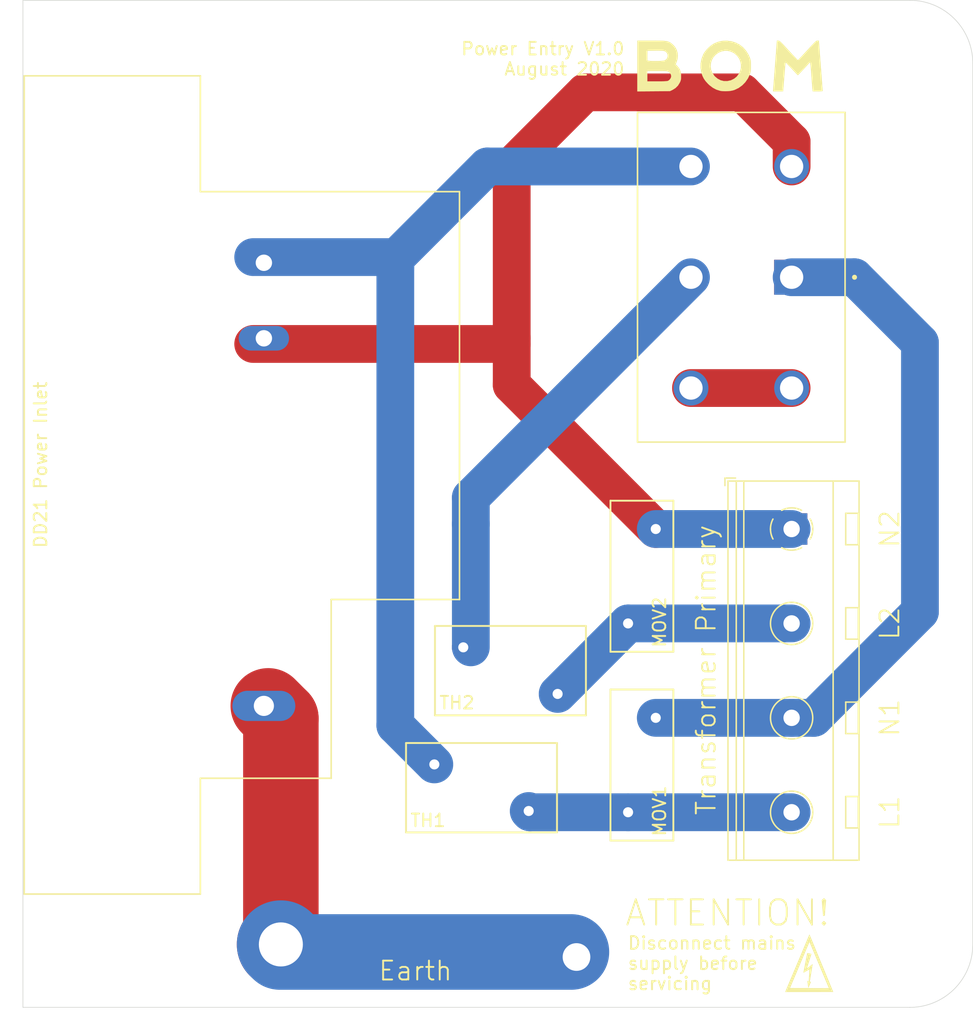
<source format=kicad_pcb>
(kicad_pcb (version 20171130) (host pcbnew "(5.1.6-0-10_14)")

  (general
    (thickness 1.6)
    (drawings 11)
    (tracks 33)
    (zones 0)
    (modules 14)
    (nets 9)
  )

  (page A4)
  (title_block
    (title "Universal Power Entry with voltage and current protection")
    (date 2020-08-18)
    (rev 1.0a)
    (company "BoM Audio")
  )

  (layers
    (0 F.Cu signal)
    (31 B.Cu signal)
    (32 B.Adhes user)
    (33 F.Adhes user)
    (34 B.Paste user)
    (35 F.Paste user)
    (36 B.SilkS user)
    (37 F.SilkS user)
    (38 B.Mask user)
    (39 F.Mask user)
    (40 Dwgs.User user)
    (41 Cmts.User user)
    (42 Eco1.User user)
    (43 Eco2.User user)
    (44 Edge.Cuts user)
    (45 Margin user)
    (46 B.CrtYd user)
    (47 F.CrtYd user)
    (48 B.Fab user)
    (49 F.Fab user)
  )

  (setup
    (last_trace_width 6)
    (user_trace_width 2)
    (user_trace_width 3)
    (user_trace_width 4)
    (user_trace_width 5)
    (user_trace_width 6)
    (trace_clearance 3)
    (zone_clearance 0.508)
    (zone_45_only no)
    (trace_min 0.2)
    (via_size 0.8)
    (via_drill 0.4)
    (via_min_size 0.4)
    (via_min_drill 0.3)
    (uvia_size 0.3)
    (uvia_drill 0.1)
    (uvias_allowed no)
    (uvia_min_size 0.2)
    (uvia_min_drill 0.1)
    (edge_width 0.05)
    (segment_width 0.2)
    (pcb_text_width 0.3)
    (pcb_text_size 1.5 1.5)
    (mod_edge_width 0.12)
    (mod_text_size 1 1)
    (mod_text_width 0.15)
    (pad_size 4.4 4.4)
    (pad_drill 2.2)
    (pad_to_mask_clearance 0.05)
    (aux_axis_origin 128.5 79)
    (visible_elements FFFFFF7F)
    (pcbplotparams
      (layerselection 0x010fc_ffffffff)
      (usegerberextensions false)
      (usegerberattributes true)
      (usegerberadvancedattributes true)
      (creategerberjobfile true)
      (excludeedgelayer true)
      (linewidth 0.100000)
      (plotframeref false)
      (viasonmask false)
      (mode 1)
      (useauxorigin false)
      (hpglpennumber 1)
      (hpglpenspeed 20)
      (hpglpendiameter 15.000000)
      (psnegative false)
      (psa4output false)
      (plotreference true)
      (plotvalue true)
      (plotinvisibletext false)
      (padsonsilk false)
      (subtractmaskfromsilk false)
      (outputformat 1)
      (mirror false)
      (drillshape 0)
      (scaleselection 1)
      (outputdirectory "Gerber/"))
  )

  (net 0 "")
  (net 1 "Net-(J1-Pad4)")
  (net 2 "Net-(J1-Pad3)")
  (net 3 "Net-(J1-Pad2)")
  (net 4 "Net-(J1-Pad1)")
  (net 5 "Net-(S1-Pad1B)")
  (net 6 "Net-(S1-Pad2)")
  (net 7 "Net-(P3-PadL)")
  (net 8 Earth_Protective)

  (net_class Default "This is the default net class."
    (clearance 3)
    (trace_width 2)
    (via_dia 0.8)
    (via_drill 0.4)
    (uvia_dia 0.3)
    (uvia_drill 0.1)
    (add_net Earth_Protective)
    (add_net "Net-(J1-Pad1)")
    (add_net "Net-(J1-Pad2)")
    (add_net "Net-(J1-Pad3)")
    (add_net "Net-(J1-Pad4)")
    (add_net "Net-(P3-PadL)")
    (add_net "Net-(S1-Pad1B)")
    (add_net "Net-(S1-Pad2)")
  )

  (module TerminalBlock_RND:high_voltage_tiny (layer F.Cu) (tedit 0) (tstamp 5F474D00)
    (at 180.5 138.5)
    (fp_text reference G*** (at 0 0) (layer F.SilkS) hide
      (effects (font (size 1.524 1.524) (thickness 0.3)))
    )
    (fp_text value LOGO (at 0.75 0) (layer F.SilkS) hide
      (effects (font (size 1.524 1.524) (thickness 0.3)))
    )
    (fp_poly (pts (xy -0.1318 -0.808433) (xy -0.105952 -0.804227) (xy -0.073766 -0.798383) (xy -0.037254 -0.791319)
      (xy 0.001573 -0.783454) (xy 0.040702 -0.775209) (xy 0.078121 -0.767001) (xy 0.111818 -0.75925)
      (xy 0.13978 -0.752376) (xy 0.159995 -0.746797) (xy 0.17045 -0.742932) (xy 0.17145 -0.741955)
      (xy 0.169036 -0.733214) (xy 0.162086 -0.710278) (xy 0.151038 -0.674531) (xy 0.136329 -0.627358)
      (xy 0.118398 -0.570143) (xy 0.097683 -0.504272) (xy 0.074621 -0.431129) (xy 0.04965 -0.352099)
      (xy 0.023208 -0.268567) (xy -0.004267 -0.181918) (xy -0.032337 -0.093537) (xy -0.060565 -0.004807)
      (xy -0.088513 0.082885) (xy -0.115742 0.168155) (xy -0.141815 0.249618) (xy -0.159316 0.304172)
      (xy -0.170924 0.341274) (xy -0.18009 0.372424) (xy -0.185945 0.394532) (xy -0.187622 0.404507)
      (xy -0.187541 0.404701) (xy -0.18159 0.401489) (xy -0.16578 0.390739) (xy -0.141284 0.373306)
      (xy -0.109272 0.350044) (xy -0.070918 0.321808) (xy -0.027393 0.289452) (xy 0.020131 0.25383)
      (xy 0.041671 0.237595) (xy 0.090532 0.200803) (xy 0.135859 0.166855) (xy 0.176486 0.13661)
      (xy 0.211247 0.110928) (xy 0.238977 0.090668) (xy 0.258508 0.076692) (xy 0.268675 0.069859)
      (xy 0.26988 0.069333) (xy 0.268823 0.077806) (xy 0.265213 0.101588) (xy 0.259247 0.139458)
      (xy 0.251124 0.190196) (xy 0.241042 0.252579) (xy 0.2292 0.325386) (xy 0.215796 0.407396)
      (xy 0.201028 0.497388) (xy 0.185095 0.594141) (xy 0.168196 0.696432) (xy 0.158084 0.757491)
      (xy 0.140672 0.862659) (xy 0.124074 0.963162) (xy 0.108492 1.05776) (xy 0.094129 1.14521)
      (xy 0.081186 1.224274) (xy 0.069868 1.293708) (xy 0.060375 1.352273) (xy 0.052911 1.398727)
      (xy 0.047678 1.43183) (xy 0.044879 1.45034) (xy 0.04445 1.453874) (xy 0.048547 1.459866)
      (xy 0.061868 1.463356) (xy 0.085953 1.464693) (xy 0.092604 1.464733) (xy 0.115155 1.465524)
      (xy 0.131451 1.467621) (xy 0.138585 1.470606) (xy 0.138641 1.471326) (xy 0.133695 1.48423)
      (xy 0.123563 1.508787) (xy 0.109163 1.542891) (xy 0.091413 1.584433) (xy 0.071231 1.631308)
      (xy 0.049535 1.681409) (xy 0.027243 1.732628) (xy 0.005273 1.78286) (xy -0.015456 1.829996)
      (xy -0.034027 1.871931) (xy -0.049522 1.906558) (xy -0.061021 1.931769) (xy -0.067609 1.945459)
      (xy -0.068781 1.947325) (xy -0.070919 1.939318) (xy -0.075017 1.916605) (xy -0.080772 1.881143)
      (xy -0.087879 1.834889) (xy -0.096037 1.7798) (xy -0.104942 1.717831) (xy -0.110737 1.67658)
      (xy -0.119751 1.611149) (xy -0.12782 1.551181) (xy -0.134691 1.498666) (xy -0.140112 1.455592)
      (xy -0.14383 1.423947) (xy -0.145593 1.405722) (xy -0.145594 1.402036) (xy -0.138525 1.402063)
      (xy -0.122227 1.405478) (xy -0.099798 1.411593) (xy -0.092075 1.413933) (xy -0.068528 1.420894)
      (xy -0.050323 1.42564) (xy -0.040483 1.427404) (xy -0.039598 1.427219) (xy -0.038777 1.418654)
      (xy -0.037047 1.395071) (xy -0.034525 1.358332) (xy -0.031327 1.310296) (xy -0.027569 1.252825)
      (xy -0.02337 1.187778) (xy -0.018846 1.117017) (xy -0.014113 1.042402) (xy -0.009289 0.965794)
      (xy -0.00449 0.889052) (xy 0.000167 0.814039) (xy 0.004566 0.742614) (xy 0.008588 0.676638)
      (xy 0.012118 0.617971) (xy 0.015039 0.568474) (xy 0.017234 0.530008) (xy 0.018585 0.504433)
      (xy 0.018985 0.494146) (xy 0.018147 0.490135) (xy 0.014912 0.488291) (xy 0.008248 0.489122)
      (xy -0.002878 0.493137) (xy -0.019495 0.500842) (xy -0.042637 0.512747) (xy -0.073334 0.52936)
      (xy -0.112618 0.551188) (xy -0.161521 0.57874) (xy -0.219383 0.611563) (xy -0.270994 0.640746)
      (xy -0.318924 0.667561) (xy -0.361927 0.691334) (xy -0.39876 0.711389) (xy -0.42818 0.727052)
      (xy -0.448943 0.737649) (xy -0.459805 0.742504) (xy -0.461113 0.742672) (xy -0.459957 0.734148)
      (xy -0.455815 0.710635) (xy -0.448957 0.67351) (xy -0.439653 0.624153) (xy -0.428174 0.56394)
      (xy -0.414791 0.49425) (xy -0.399772 0.41646) (xy -0.383389 0.33195) (xy -0.365913 0.242095)
      (xy -0.347613 0.148276) (xy -0.32876 0.051868) (xy -0.309624 -0.045749) (xy -0.290476 -0.143197)
      (xy -0.271586 -0.239099) (xy -0.253224 -0.332077) (xy -0.23566 -0.420752) (xy -0.219166 -0.503747)
      (xy -0.204011 -0.579684) (xy -0.190466 -0.647185) (xy -0.1788 -0.704872) (xy -0.169286 -0.751366)
      (xy -0.162192 -0.785291) (xy -0.157789 -0.805267) (xy -0.156429 -0.810252) (xy -0.149296 -0.810581)
      (xy -0.1318 -0.808433)) (layer F.SilkS) (width 0.01))
    (fp_poly (pts (xy 0.017484 -2.286655) (xy 0.017968 -2.286194) (xy 0.018461 -2.286) (xy 0.022266 -2.27878)
      (xy 0.031661 -2.257931) (xy 0.046129 -2.224673) (xy 0.065156 -2.180226) (xy 0.088224 -2.125808)
      (xy 0.114819 -2.062641) (xy 0.144423 -1.991942) (xy 0.176522 -1.914931) (xy 0.210598 -1.832828)
      (xy 0.227154 -1.792817) (xy 0.266173 -1.698434) (xy 0.30664 -1.600542) (xy 0.347592 -1.501476)
      (xy 0.388064 -1.403568) (xy 0.427092 -1.309151) (xy 0.463711 -1.22056) (xy 0.496957 -1.140126)
      (xy 0.525866 -1.070184) (xy 0.546509 -1.020234) (xy 0.576585 -0.947474) (xy 0.611245 -0.863641)
      (xy 0.64894 -0.772487) (xy 0.688118 -0.677763) (xy 0.727226 -0.583221) (xy 0.764713 -0.492613)
      (xy 0.798637 -0.410634) (xy 0.828461 -0.338563) (xy 0.857585 -0.268166) (xy 0.885177 -0.201455)
      (xy 0.910407 -0.140439) (xy 0.932444 -0.087129) (xy 0.950457 -0.043534) (xy 0.963614 -0.011664)
      (xy 0.968422 0) (xy 0.978551 0.02456) (xy 0.993995 0.061955) (xy 1.013929 0.110195)
      (xy 1.037531 0.16729) (xy 1.063978 0.23125) (xy 1.092447 0.300083) (xy 1.122115 0.3718)
      (xy 1.139934 0.414866) (xy 1.222698 0.614891) (xy 1.299524 0.800591) (xy 1.370618 0.972464)
      (xy 1.436184 1.131008) (xy 1.496426 1.276718) (xy 1.551549 1.410094) (xy 1.601757 1.53163)
      (xy 1.647256 1.641826) (xy 1.688249 1.741177) (xy 1.724942 1.830182) (xy 1.757538 1.909337)
      (xy 1.786243 1.97914) (xy 1.811261 2.040088) (xy 1.832796 2.092677) (xy 1.851053 2.137406)
      (xy 1.866237 2.174771) (xy 1.878552 2.205269) (xy 1.888202 2.229398) (xy 1.895393 2.247656)
      (xy 1.900329 2.260538) (xy 1.903215 2.268542) (xy 1.904254 2.272166) (xy 1.90423 2.272482)
      (xy 1.897746 2.272759) (xy 1.879168 2.273047) (xy 1.849104 2.273344) (xy 1.808159 2.273649)
      (xy 1.75694 2.273962) (xy 1.696053 2.27428) (xy 1.626106 2.274604) (xy 1.547704 2.27493)
      (xy 1.461454 2.275259) (xy 1.367962 2.275589) (xy 1.267836 2.275919) (xy 1.161681 2.276248)
      (xy 1.050105 2.276574) (xy 0.933713 2.276897) (xy 0.813112 2.277215) (xy 0.688908 2.277526)
      (xy 0.561709 2.277831) (xy 0.43212 2.278127) (xy 0.300749 2.278413) (xy 0.168201 2.278689)
      (xy 0.035083 2.278953) (xy -0.097998 2.279203) (xy -0.230436 2.279439) (xy -0.361625 2.279659)
      (xy -0.490957 2.279863) (xy -0.617827 2.280048) (xy -0.741627 2.280215) (xy -0.861752 2.280361)
      (xy -0.977595 2.280485) (xy -1.088549 2.280587) (xy -1.194008 2.280665) (xy -1.293365 2.280717)
      (xy -1.386014 2.280744) (xy -1.471349 2.280742) (xy -1.548762 2.280712) (xy -1.617647 2.280652)
      (xy -1.677398 2.280561) (xy -1.727409 2.280438) (xy -1.767072 2.280281) (xy -1.795782 2.280089)
      (xy -1.812931 2.279861) (xy -1.815124 2.279805) (xy -1.85096 2.278534) (xy -1.875874 2.277024)
      (xy -1.89164 2.274944) (xy -1.900036 2.27196) (xy -1.902839 2.267741) (xy -1.902317 2.263487)
      (xy -1.901628 2.261309) (xy -1.900424 2.257951) (xy -1.898452 2.252814) (xy -1.895463 2.245303)
      (xy -1.891205 2.23482) (xy -1.885427 2.220768) (xy -1.877879 2.20255) (xy -1.86831 2.179569)
      (xy -1.856469 2.151229) (xy -1.842104 2.116931) (xy -1.824966 2.076079) (xy -1.804803 2.028076)
      (xy -1.781365 1.972326) (xy -1.777593 1.963358) (xy -1.526363 1.963358) (xy -1.519896 1.963749)
      (xy -1.501375 1.96419) (xy -1.471449 1.964677) (xy -1.430765 1.965207) (xy -1.379969 1.965774)
      (xy -1.319709 1.966375) (xy -1.250633 1.967006) (xy -1.173387 1.967662) (xy -1.088618 1.96834)
      (xy -0.996974 1.969036) (xy -0.899102 1.969744) (xy -0.795648 1.970462) (xy -0.687261 1.971185)
      (xy -0.574588 1.971908) (xy -0.458275 1.972629) (xy -0.338969 1.973342) (xy -0.217319 1.974044)
      (xy -0.093971 1.97473) (xy 0.030428 1.975397) (xy 0.155231 1.97604) (xy 0.27979 1.976655)
      (xy 0.403458 1.977238) (xy 0.525588 1.977785) (xy 0.645533 1.978291) (xy 0.762646 1.978754)
      (xy 0.876279 1.979168) (xy 0.985785 1.979529) (xy 1.046841 1.979712) (xy 1.140493 1.979957)
      (xy 1.22223 1.980105) (xy 1.292838 1.980137) (xy 1.353102 1.980037) (xy 1.403808 1.979788)
      (xy 1.44574 1.97937) (xy 1.479685 1.978768) (xy 1.506428 1.977963) (xy 1.526753 1.976938)
      (xy 1.541447 1.975675) (xy 1.551294 1.974156) (xy 1.557081 1.972365) (xy 1.559592 1.970283)
      (xy 1.559729 1.968241) (xy 1.555976 1.958537) (xy 1.546591 1.935511) (xy 1.532172 1.900595)
      (xy 1.513317 1.855225) (xy 1.490623 1.800834) (xy 1.464688 1.738856) (xy 1.436108 1.670724)
      (xy 1.405483 1.597873) (xy 1.39477 1.572424) (xy 1.369709 1.512897) (xy 1.339078 1.440109)
      (xy 1.303513 1.355576) (xy 1.263651 1.26081) (xy 1.220128 1.157325) (xy 1.173581 1.046634)
      (xy 1.124646 0.930251) (xy 1.073959 0.809691) (xy 1.022158 0.686466) (xy 0.969878 0.562089)
      (xy 0.917756 0.438075) (xy 0.866429 0.315938) (xy 0.863527 0.309033) (xy 0.811909 0.186202)
      (xy 0.759223 0.060836) (xy 0.706129 -0.065492) (xy 0.653289 -0.191208) (xy 0.601364 -0.31474)
      (xy 0.551014 -0.434514) (xy 0.502902 -0.548959) (xy 0.457689 -0.6565) (xy 0.416036 -0.755566)
      (xy 0.378603 -0.844582) (xy 0.346053 -0.921976) (xy 0.319047 -0.986176) (xy 0.318966 -0.986367)
      (xy 0.284236 -1.068924) (xy 0.249491 -1.151538) (xy 0.215577 -1.232194) (xy 0.183341 -1.30888)
      (xy 0.153628 -1.379582) (xy 0.127285 -1.442287) (xy 0.105157 -1.494981) (xy 0.088092 -1.535651)
      (xy 0.083322 -1.547031) (xy 0.06441 -1.591724) (xy 0.047483 -1.630901) (xy 0.033538 -1.662319)
      (xy 0.023575 -1.683734) (xy 0.018592 -1.692901) (xy 0.018335 -1.693081) (xy 0.0143 -1.686078)
      (xy 0.004965 -1.666234) (xy -0.008803 -1.635509) (xy -0.026137 -1.595863) (xy -0.046167 -1.549258)
      (xy -0.064954 -1.504951) (xy -0.078837 -1.47203) (xy -0.098435 -1.42558) (xy -0.12323 -1.366828)
      (xy -0.152707 -1.296998) (xy -0.186346 -1.217315) (xy -0.223631 -1.129006) (xy -0.264045 -1.033296)
      (xy -0.307069 -0.931409) (xy -0.352187 -0.824572) (xy -0.398881 -0.71401) (xy -0.446634 -0.600948)
      (xy -0.494928 -0.486612) (xy -0.498411 -0.478367) (xy -0.550422 -0.355234) (xy -0.604451 -0.22732)
      (xy -0.659713 -0.096483) (xy -0.715425 0.035419) (xy -0.7708 0.166527) (xy -0.825054 0.294985)
      (xy -0.877403 0.418933) (xy -0.927062 0.536514) (xy -0.973245 0.645869) (xy -1.015169 0.74514)
      (xy -1.052047 0.83247) (xy -1.068768 0.872066) (xy -1.109227 0.967876) (xy -1.151154 1.067153)
      (xy -1.193593 1.167635) (xy -1.235589 1.267061) (xy -1.276187 1.363168) (xy -1.31443 1.453695)
      (xy -1.349364 1.536379) (xy -1.380032 1.608959) (xy -1.40548 1.669174) (xy -1.406745 1.672166)
      (xy -1.433563 1.735814) (xy -1.45823 1.79475) (xy -1.480088 1.847372) (xy -1.498481 1.892078)
      (xy -1.512749 1.927268) (xy -1.522235 1.95134) (xy -1.526281 1.962691) (xy -1.526363 1.963358)
      (xy -1.777593 1.963358) (xy -1.7544 1.90823) (xy -1.723658 1.835192) (xy -1.688888 1.752614)
      (xy -1.649838 1.659901) (xy -1.606259 1.556455) (xy -1.557899 1.441678) (xy -1.504508 1.314974)
      (xy -1.445834 1.175746) (xy -1.381626 1.023397) (xy -1.311635 0.857329) (xy -1.255398 0.7239)
      (xy -1.200974 0.594771) (xy -1.141288 0.453153) (xy -1.077297 0.301317) (xy -1.00996 0.141536)
      (xy -0.940233 -0.023917) (xy -0.869075 -0.192768) (xy -0.797443 -0.362745) (xy -0.726296 -0.531576)
      (xy -0.656591 -0.696987) (xy -0.589286 -0.856706) (xy -0.525339 -1.00846) (xy -0.465707 -1.149976)
      (xy -0.465079 -1.151467) (xy -0.401242 -1.302968) (xy -0.343337 -1.440392) (xy -0.291073 -1.564423)
      (xy -0.244159 -1.675746) (xy -0.202301 -1.775045) (xy -0.16521 -1.863003) (xy -0.132593 -1.940304)
      (xy -0.104159 -2.007633) (xy -0.079617 -2.065674) (xy -0.058674 -2.11511) (xy -0.04104 -2.156626)
      (xy -0.026422 -2.190906) (xy -0.01453 -2.218634) (xy -0.005071 -2.240493) (xy 0.002245 -2.257168)
      (xy 0.007711 -2.269343) (xy 0.011618 -2.277702) (xy 0.014257 -2.282928) (xy 0.01592 -2.285707)
      (xy 0.016898 -2.286721) (xy 0.017484 -2.286655)) (layer F.SilkS) (width 0.01))
  )

  (module MountingHole:MountingHole_2.2mm_M2_Pad (layer F.Cu) (tedit 5F4757CE) (tstamp 5F475A98)
    (at 162 138)
    (descr "Mounting Hole 2.2mm, M2")
    (tags "mounting hole 2.2mm m2")
    (path /5F3FB5FA)
    (clearance 6)
    (attr virtual)
    (fp_text reference P2 (at 0 -4.5) (layer F.SilkS) hide
      (effects (font (size 1 1) (thickness 0.15)))
    )
    (fp_text value "Chassis Ground" (at 0 4.5) (layer F.Fab)
      (effects (font (size 1 1) (thickness 0.15)))
    )
    (fp_circle (center 0 0) (end 2.2 0) (layer Cmts.User) (width 0.15))
    (fp_circle (center 0 0) (end 2.45 0) (layer F.CrtYd) (width 0.05))
    (fp_text user %R (at 0.3 0) (layer F.Fab)
      (effects (font (size 1 1) (thickness 0.15)))
    )
    (pad 1 thru_hole circle (at 0 0) (size 4.4 4.4) (drill 2.2) (layers *.Cu *.Mask)
      (net 8 Earth_Protective))
  )

  (module TerminalBlock_TE-Connectivity:TerminalBlock_TE-1546062-4_1x04_P7.50mm_Horizontal (layer F.Cu) (tedit 5F466E7D) (tstamp 5F476A99)
    (at 179.1 104 270)
    (descr "terminal block RND 205-00069, 4 pins, pitch 7.5mm, size 30x10.3mm^2, drill diamater 1.3mm, pad diameter 2.5mm, see http://cdn-reichelt.de/documents/datenblatt/C151/RND_205-00067_DB_EN.pdf, script-generated using https://github.com/pointhi/kicad-footprint-generator/scripts/TerminalBlock_RND")
    (tags "THT terminal block RND 205-00069 pitch 7.5mm size 30x10.3mm^2 drill 1.3mm pad 2.5mm")
    (path /5F3D1820)
    (clearance 2.5)
    (fp_text reference J1 (at 11.5 -5.5 90) (layer F.SilkS) hide
      (effects (font (size 1 1) (thickness 0.15)))
    )
    (fp_text value "Transformer Primary" (at 11.2 6.8 90) (layer F.SilkS)
      (effects (font (size 1.5 1.5) (thickness 0.15)))
    )
    (fp_circle (center 0 0) (end 1.5 0) (layer F.Fab) (width 0.1))
    (fp_circle (center 7.5 0) (end 9 0) (layer F.Fab) (width 0.1))
    (fp_circle (center 7.5 0) (end 9.18 0) (layer F.SilkS) (width 0.12))
    (fp_circle (center 15 0) (end 16.5 0) (layer F.Fab) (width 0.1))
    (fp_circle (center 15 0) (end 16.68 0) (layer F.SilkS) (width 0.12))
    (fp_circle (center 22.5 0) (end 24 0) (layer F.Fab) (width 0.1))
    (fp_circle (center 22.5 0) (end 24.18 0) (layer F.SilkS) (width 0.12))
    (fp_line (start -3.75 -5.3) (end 26.25 -5.3) (layer F.Fab) (width 0.1))
    (fp_line (start 26.25 -5.3) (end 26.25 5) (layer F.Fab) (width 0.1))
    (fp_line (start 26.25 5) (end -3.15 5) (layer F.Fab) (width 0.1))
    (fp_line (start -3.15 5) (end -3.75 4.4) (layer F.Fab) (width 0.1))
    (fp_line (start -3.75 4.4) (end -3.75 -5.3) (layer F.Fab) (width 0.1))
    (fp_line (start -3.75 4.4) (end 26.25 4.4) (layer F.Fab) (width 0.1))
    (fp_line (start -3.81 4.4) (end 26.31 4.4) (layer F.SilkS) (width 0.12))
    (fp_line (start -3.75 3.8) (end 26.25 3.8) (layer F.Fab) (width 0.1))
    (fp_line (start -3.81 3.8) (end 26.31 3.8) (layer F.SilkS) (width 0.12))
    (fp_line (start -3.75 -3.3) (end 26.25 -3.3) (layer F.Fab) (width 0.1))
    (fp_line (start -3.81 -3.301) (end 26.31 -3.301) (layer F.SilkS) (width 0.12))
    (fp_line (start -3.81 -5.36) (end 26.31 -5.36) (layer F.SilkS) (width 0.12))
    (fp_line (start -3.81 5.06) (end 26.31 5.06) (layer F.SilkS) (width 0.12))
    (fp_line (start -3.81 -5.36) (end -3.81 5.06) (layer F.SilkS) (width 0.12))
    (fp_line (start 26.31 -5.36) (end 26.31 5.06) (layer F.SilkS) (width 0.12))
    (fp_line (start -1.201 -0.076) (end -0.076 -0.076) (layer F.Fab) (width 0.1))
    (fp_line (start -0.076 -0.076) (end -0.076 -1.201) (layer F.Fab) (width 0.1))
    (fp_line (start -0.076 -1.201) (end 0.076 -1.201) (layer F.Fab) (width 0.1))
    (fp_line (start 0.076 -1.201) (end 0.076 -0.076) (layer F.Fab) (width 0.1))
    (fp_line (start 0.076 -0.076) (end 1.201 -0.076) (layer F.Fab) (width 0.1))
    (fp_line (start 1.201 -0.076) (end 1.201 0.076) (layer F.Fab) (width 0.1))
    (fp_line (start 1.201 0.076) (end 0.076 0.076) (layer F.Fab) (width 0.1))
    (fp_line (start 0.076 0.076) (end 0.076 1.201) (layer F.Fab) (width 0.1))
    (fp_line (start 0.076 1.201) (end -0.076 1.201) (layer F.Fab) (width 0.1))
    (fp_line (start -0.076 1.201) (end -0.076 0.076) (layer F.Fab) (width 0.1))
    (fp_line (start -0.076 0.076) (end -1.201 0.076) (layer F.Fab) (width 0.1))
    (fp_line (start -1.201 0.076) (end -1.201 -0.076) (layer F.Fab) (width 0.1))
    (fp_line (start -1.25 -5.3) (end -1.25 -4.3) (layer F.Fab) (width 0.1))
    (fp_line (start -1.25 -4.3) (end 1.25 -4.3) (layer F.Fab) (width 0.1))
    (fp_line (start 1.25 -4.3) (end 1.25 -5.3) (layer F.Fab) (width 0.1))
    (fp_line (start 1.25 -5.3) (end -1.25 -5.3) (layer F.Fab) (width 0.1))
    (fp_line (start -1.25 -5.301) (end 1.25 -5.301) (layer F.SilkS) (width 0.12))
    (fp_line (start -1.25 -4.301) (end 1.25 -4.301) (layer F.SilkS) (width 0.12))
    (fp_line (start -1.25 -5.301) (end -1.25 -4.301) (layer F.SilkS) (width 0.12))
    (fp_line (start 1.25 -5.301) (end 1.25 -4.301) (layer F.SilkS) (width 0.12))
    (fp_line (start 6.299 -0.076) (end 7.424 -0.076) (layer F.Fab) (width 0.1))
    (fp_line (start 7.424 -0.076) (end 7.424 -1.201) (layer F.Fab) (width 0.1))
    (fp_line (start 7.424 -1.201) (end 7.576 -1.201) (layer F.Fab) (width 0.1))
    (fp_line (start 7.576 -1.201) (end 7.576 -0.076) (layer F.Fab) (width 0.1))
    (fp_line (start 7.576 -0.076) (end 8.701 -0.076) (layer F.Fab) (width 0.1))
    (fp_line (start 8.701 -0.076) (end 8.701 0.076) (layer F.Fab) (width 0.1))
    (fp_line (start 8.701 0.076) (end 7.576 0.076) (layer F.Fab) (width 0.1))
    (fp_line (start 7.576 0.076) (end 7.576 1.201) (layer F.Fab) (width 0.1))
    (fp_line (start 7.576 1.201) (end 7.424 1.201) (layer F.Fab) (width 0.1))
    (fp_line (start 7.424 1.201) (end 7.424 0.076) (layer F.Fab) (width 0.1))
    (fp_line (start 7.424 0.076) (end 6.299 0.076) (layer F.Fab) (width 0.1))
    (fp_line (start 6.299 0.076) (end 6.299 -0.076) (layer F.Fab) (width 0.1))
    (fp_line (start 6.25 -5.3) (end 6.25 -4.3) (layer F.Fab) (width 0.1))
    (fp_line (start 6.25 -4.3) (end 8.75 -4.3) (layer F.Fab) (width 0.1))
    (fp_line (start 8.75 -4.3) (end 8.75 -5.3) (layer F.Fab) (width 0.1))
    (fp_line (start 8.75 -5.3) (end 6.25 -5.3) (layer F.Fab) (width 0.1))
    (fp_line (start 6.25 -5.301) (end 8.75 -5.301) (layer F.SilkS) (width 0.12))
    (fp_line (start 6.25 -4.301) (end 8.75 -4.301) (layer F.SilkS) (width 0.12))
    (fp_line (start 6.25 -5.301) (end 6.25 -4.301) (layer F.SilkS) (width 0.12))
    (fp_line (start 8.75 -5.301) (end 8.75 -4.301) (layer F.SilkS) (width 0.12))
    (fp_line (start 13.799 -0.076) (end 14.924 -0.076) (layer F.Fab) (width 0.1))
    (fp_line (start 14.924 -0.076) (end 14.924 -1.201) (layer F.Fab) (width 0.1))
    (fp_line (start 14.924 -1.201) (end 15.076 -1.201) (layer F.Fab) (width 0.1))
    (fp_line (start 15.076 -1.201) (end 15.076 -0.076) (layer F.Fab) (width 0.1))
    (fp_line (start 15.076 -0.076) (end 16.201 -0.076) (layer F.Fab) (width 0.1))
    (fp_line (start 16.201 -0.076) (end 16.201 0.076) (layer F.Fab) (width 0.1))
    (fp_line (start 16.201 0.076) (end 15.076 0.076) (layer F.Fab) (width 0.1))
    (fp_line (start 15.076 0.076) (end 15.076 1.201) (layer F.Fab) (width 0.1))
    (fp_line (start 15.076 1.201) (end 14.924 1.201) (layer F.Fab) (width 0.1))
    (fp_line (start 14.924 1.201) (end 14.924 0.076) (layer F.Fab) (width 0.1))
    (fp_line (start 14.924 0.076) (end 13.799 0.076) (layer F.Fab) (width 0.1))
    (fp_line (start 13.799 0.076) (end 13.799 -0.076) (layer F.Fab) (width 0.1))
    (fp_line (start 13.75 -5.3) (end 13.75 -4.3) (layer F.Fab) (width 0.1))
    (fp_line (start 13.75 -4.3) (end 16.25 -4.3) (layer F.Fab) (width 0.1))
    (fp_line (start 16.25 -4.3) (end 16.25 -5.3) (layer F.Fab) (width 0.1))
    (fp_line (start 16.25 -5.3) (end 13.75 -5.3) (layer F.Fab) (width 0.1))
    (fp_line (start 13.75 -5.301) (end 16.25 -5.301) (layer F.SilkS) (width 0.12))
    (fp_line (start 13.75 -4.301) (end 16.25 -4.301) (layer F.SilkS) (width 0.12))
    (fp_line (start 13.75 -5.301) (end 13.75 -4.301) (layer F.SilkS) (width 0.12))
    (fp_line (start 16.25 -5.301) (end 16.25 -4.301) (layer F.SilkS) (width 0.12))
    (fp_line (start 21.299 -0.076) (end 22.424 -0.076) (layer F.Fab) (width 0.1))
    (fp_line (start 22.424 -0.076) (end 22.424 -1.201) (layer F.Fab) (width 0.1))
    (fp_line (start 22.424 -1.201) (end 22.576 -1.201) (layer F.Fab) (width 0.1))
    (fp_line (start 22.576 -1.201) (end 22.576 -0.076) (layer F.Fab) (width 0.1))
    (fp_line (start 22.576 -0.076) (end 23.701 -0.076) (layer F.Fab) (width 0.1))
    (fp_line (start 23.701 -0.076) (end 23.701 0.076) (layer F.Fab) (width 0.1))
    (fp_line (start 23.701 0.076) (end 22.576 0.076) (layer F.Fab) (width 0.1))
    (fp_line (start 22.576 0.076) (end 22.576 1.201) (layer F.Fab) (width 0.1))
    (fp_line (start 22.576 1.201) (end 22.424 1.201) (layer F.Fab) (width 0.1))
    (fp_line (start 22.424 1.201) (end 22.424 0.076) (layer F.Fab) (width 0.1))
    (fp_line (start 22.424 0.076) (end 21.299 0.076) (layer F.Fab) (width 0.1))
    (fp_line (start 21.299 0.076) (end 21.299 -0.076) (layer F.Fab) (width 0.1))
    (fp_line (start 21.25 -5.3) (end 21.25 -4.3) (layer F.Fab) (width 0.1))
    (fp_line (start 21.25 -4.3) (end 23.75 -4.3) (layer F.Fab) (width 0.1))
    (fp_line (start 23.75 -4.3) (end 23.75 -5.3) (layer F.Fab) (width 0.1))
    (fp_line (start 23.75 -5.3) (end 21.25 -5.3) (layer F.Fab) (width 0.1))
    (fp_line (start 21.25 -5.301) (end 23.75 -5.301) (layer F.SilkS) (width 0.12))
    (fp_line (start 21.25 -4.301) (end 23.75 -4.301) (layer F.SilkS) (width 0.12))
    (fp_line (start 21.25 -5.301) (end 21.25 -4.301) (layer F.SilkS) (width 0.12))
    (fp_line (start 23.75 -5.301) (end 23.75 -4.301) (layer F.SilkS) (width 0.12))
    (fp_line (start -4.05 4.46) (end -4.05 5.3) (layer F.SilkS) (width 0.12))
    (fp_line (start -4.05 5.3) (end -3.45 5.3) (layer F.SilkS) (width 0.12))
    (fp_line (start -4.25 -5.81) (end -4.25 5.5) (layer F.CrtYd) (width 0.05))
    (fp_line (start -4.25 5.5) (end 26.75 5.5) (layer F.CrtYd) (width 0.05))
    (fp_line (start 26.75 5.5) (end 26.75 -5.81) (layer F.CrtYd) (width 0.05))
    (fp_line (start 26.75 -5.81) (end -4.25 -5.81) (layer F.CrtYd) (width 0.05))
    (fp_text user %R (at 11.25 2.85 90) (layer F.Fab)
      (effects (font (size 1 1) (thickness 0.15)))
    )
    (fp_arc (start 0 0) (end -0.789 1.484) (angle -29) (layer F.SilkS) (width 0.12))
    (fp_arc (start 0 0) (end -1.484 -0.789) (angle -56) (layer F.SilkS) (width 0.12))
    (fp_arc (start 0 0) (end 0.789 -1.484) (angle -56) (layer F.SilkS) (width 0.12))
    (fp_arc (start 0 0) (end 1.484 0.789) (angle -56) (layer F.SilkS) (width 0.12))
    (fp_arc (start 0 0) (end 0 1.68) (angle -28) (layer F.SilkS) (width 0.12))
    (fp_text user L1 (at 22.5 -7.8 270) (layer F.SilkS)
      (effects (font (size 1.5 1.5) (thickness 0.15)))
    )
    (fp_text user N1 (at 15 -7.8 270) (layer F.SilkS)
      (effects (font (size 1.5 1.5) (thickness 0.15)))
    )
    (fp_text user L2 (at 7.5 -7.8 270) (layer F.SilkS)
      (effects (font (size 1.5 1.5) (thickness 0.15)))
    )
    (fp_text user N2 (at 0 -7.8 270) (layer F.SilkS)
      (effects (font (size 1.5 1.5) (thickness 0.15)))
    )
    (pad 4 thru_hole circle (at 22.5 0 270) (size 2.5 2.5) (drill 1.3) (layers *.Cu *.Mask)
      (net 1 "Net-(J1-Pad4)"))
    (pad 3 thru_hole circle (at 15 0 270) (size 2.5 2.5) (drill 1.3) (layers *.Cu *.Mask)
      (net 2 "Net-(J1-Pad3)"))
    (pad 2 thru_hole circle (at 7.5 0 270) (size 2.5 2.5) (drill 1.3) (layers *.Cu *.Mask)
      (net 3 "Net-(J1-Pad2)"))
    (pad 1 thru_hole rect (at 0 0 270) (size 2.5 2.5) (drill 1.3) (layers *.Cu *.Mask)
      (net 4 "Net-(J1-Pad1)"))
    (model "${KICAD_USER_ADDITIONS}/TE Connectivity/1546062-4/c-1546062-4-o-3d.stp"
      (offset (xyz 11.25 5 0))
      (scale (xyz 1 1 1))
      (rotate (xyz -90 0 180))
    )
  )

  (module "Base on Mars Additions:SCHURTER-DD21.0121.1111" (layer F.Cu) (tedit 5F4678BF) (tstamp 5F47088B)
    (at 127.6 100.5 270)
    (descr "Schurter IEC Appliance Inlet C14 with Line Switch 2-pole, Fuseholder 1- or 2-pole, for PCB mounting,")
    (tags C14)
    (path /5F496C93)
    (fp_text reference P3 (at -20.357875 -26.083585 90) (layer F.SilkS) hide
      (effects (font (size 1.001866 1.001866) (thickness 0.015)))
    )
    (fp_text value DD21.0121.1111 (at -17.809705 10.813035 90) (layer F.Fab)
      (effects (font (size 1.001677 1.001677) (thickness 0.015)))
    )
    (fp_line (start -32.5 9.5) (end 32.5 9.5) (layer F.SilkS) (width 0.127))
    (fp_line (start 23.3 -14.9) (end 9.1 -14.9) (layer F.SilkS) (width 0.127))
    (fp_line (start 9.1 -14.9) (end 9.1 -25.1) (layer F.SilkS) (width 0.127))
    (fp_line (start 9.1 -25.1) (end -23.3 -25.1) (layer F.SilkS) (width 0.127))
    (fp_line (start -32.5 9.5) (end -32.5 -4.5) (layer F.SilkS) (width 0.127))
    (fp_line (start -32.5 -4.5) (end -23.3 -4.5) (layer F.SilkS) (width 0.127))
    (fp_line (start -23.3 -4.5) (end -23.3 -25.1) (layer F.SilkS) (width 0.127))
    (fp_line (start 32.5 9.5) (end 32.5 -4.5) (layer F.SilkS) (width 0.127))
    (fp_line (start 32.5 -4.5) (end 23.3 -4.5) (layer F.SilkS) (width 0.127))
    (fp_line (start 23.3 -4.5) (end 23.3 -14.9) (layer F.SilkS) (width 0.127))
    (fp_line (start -32.5 9.5) (end -32.5 -4.5) (layer F.Fab) (width 0.127))
    (fp_line (start -32.5 -4.5) (end -23.3 -4.5) (layer F.Fab) (width 0.127))
    (fp_line (start -23.3 -4.5) (end -23.3 -25.1) (layer F.Fab) (width 0.127))
    (fp_line (start 9.1 -25.1) (end -23.3 -25.1) (layer F.Fab) (width 0.127))
    (fp_line (start 9.1 -14.9) (end 9.1 -25.1) (layer F.Fab) (width 0.127))
    (fp_line (start 23.3 -14.9) (end 9.1 -14.9) (layer F.Fab) (width 0.127))
    (fp_line (start 23.3 -4.5) (end 23.3 -14.9) (layer F.Fab) (width 0.127))
    (fp_line (start 32.5 -4.5) (end 23.3 -4.5) (layer F.Fab) (width 0.127))
    (fp_line (start 32.5 9.5) (end 32.5 -4.5) (layer F.Fab) (width 0.127))
    (fp_line (start -32.5 9.5) (end 32.5 9.5) (layer F.Fab) (width 0.127))
    (fp_line (start -32.75 -4.75) (end -23.55 -4.75) (layer F.CrtYd) (width 0.05))
    (fp_line (start -23.55 -4.75) (end -23.55 -25.35) (layer F.CrtYd) (width 0.05))
    (fp_line (start -23.55 -25.35) (end 9.35 -25.35) (layer F.CrtYd) (width 0.05))
    (fp_line (start 9.35 -25.35) (end 9.35 -15.15) (layer F.CrtYd) (width 0.05))
    (fp_line (start 9.35 -15.15) (end 23.55 -15.15) (layer F.CrtYd) (width 0.05))
    (fp_line (start 23.55 -15.15) (end 23.55 -4.75) (layer F.CrtYd) (width 0.05))
    (fp_line (start 23.55 -4.75) (end 32.75 -4.75) (layer F.CrtYd) (width 0.05))
    (fp_line (start 32.75 -4.75) (end 32.75 9.75) (layer F.CrtYd) (width 0.05))
    (fp_line (start 32.75 9.75) (end -32.75 9.75) (layer F.CrtYd) (width 0.05))
    (fp_line (start -32.75 9.75) (end -32.75 -4.75) (layer F.CrtYd) (width 0.05))
    (pad PE thru_hole oval (at 17.55 -9.55 270) (size 2.4 5) (drill 1.6) (layers *.Cu *.Mask)
      (net 8 Earth_Protective) (clearance 6))
    (pad N thru_hole oval (at -11.65 -9.55 270) (size 1.95 4) (drill 1.3) (layers *.Cu *.Mask)
      (net 4 "Net-(J1-Pad1)"))
    (pad L thru_hole oval (at -17.65 -9.55 270) (size 1.95 4) (drill 1.3) (layers *.Cu *.Mask)
      (net 7 "Net-(P3-PadL)"))
    (pad None np_thru_hole circle (at 28 0 270) (size 3.6 3.6) (drill 3.6) (layers *.Cu *.Mask))
    (pad None np_thru_hole circle (at -28 0 270) (size 3.6 3.6) (drill 3.6) (layers *.Cu *.Mask))
    (model ":USER ADDITONS:DD21.0121.1111/DD21.0121.1111--3DModel-STEP-56544.STEP"
      (offset (xyz 0 6 0))
      (scale (xyz 1 1 1))
      (rotate (xyz -90 0 0))
    )
  )

  (module "Base on Mars Additions:SW_V80212MS02Q" (layer F.Cu) (tedit 5F3FEC66) (tstamp 5F45DFDA)
    (at 175.1 84 180)
    (path /5F3BD35F)
    (fp_text reference S1 (at -5.075 -14.135) (layer F.SilkS) hide
      (effects (font (size 1 1) (thickness 0.015)))
    )
    (fp_text value V80212MS02Q (at 0.64 14.135) (layer F.Fab)
      (effects (font (size 1 1) (thickness 0.015)))
    )
    (fp_line (start -8.25 -13.095) (end 8.25 -13.095) (layer F.SilkS) (width 0.127))
    (fp_line (start 8.25 -13.095) (end 8.25 13.095) (layer F.SilkS) (width 0.127))
    (fp_line (start 8.25 13.095) (end -8.25 13.095) (layer F.SilkS) (width 0.127))
    (fp_line (start -8.25 13.095) (end -8.25 -13.095) (layer F.SilkS) (width 0.127))
    (fp_line (start -8.25 -13.095) (end 8.25 -13.095) (layer F.Fab) (width 0.127))
    (fp_line (start 8.25 -13.095) (end 8.25 13.095) (layer F.Fab) (width 0.127))
    (fp_line (start 8.25 13.095) (end -8.25 13.095) (layer F.Fab) (width 0.127))
    (fp_line (start -8.25 13.095) (end -8.25 -13.095) (layer F.Fab) (width 0.127))
    (fp_line (start -8.5 -13.345) (end 8.5 -13.345) (layer F.CrtYd) (width 0.05))
    (fp_line (start 8.5 -13.345) (end 8.5 13.345) (layer F.CrtYd) (width 0.05))
    (fp_line (start 8.5 13.345) (end -8.5 13.345) (layer F.CrtYd) (width 0.05))
    (fp_line (start -8.5 13.345) (end -8.5 -13.345) (layer F.CrtYd) (width 0.05))
    (fp_circle (center -9 0) (end -8.9 0) (layer F.SilkS) (width 0.2))
    (fp_circle (center -9 0) (end -8.9 0) (layer F.Fab) (width 0.2))
    (pad 1A thru_hole circle (at -4 8.8 180) (size 2.775 2.775) (drill 1.85) (layers *.Cu *.Mask)
      (net 4 "Net-(J1-Pad1)"))
    (pad 1 thru_hole rect (at -4 0 180) (size 2.775 2.775) (drill 1.85) (layers *.Cu *.Mask)
      (net 2 "Net-(J1-Pad3)"))
    (pad 1B thru_hole circle (at -4 -8.8 180) (size 2.775 2.775) (drill 1.85) (layers *.Cu *.Mask)
      (net 5 "Net-(S1-Pad1B)"))
    (pad 2B thru_hole circle (at 4 -8.8 180) (size 2.775 2.775) (drill 1.85) (layers *.Cu *.Mask)
      (net 5 "Net-(S1-Pad1B)"))
    (pad 2 thru_hole circle (at 4 0 180) (size 2.775 2.775) (drill 1.85) (layers *.Cu *.Mask)
      (net 6 "Net-(S1-Pad2)"))
    (pad 2A thru_hole circle (at 4 8.8 180) (size 2.775 2.775) (drill 1.85) (layers *.Cu *.Mask)
      (net 7 "Net-(P3-PadL)"))
    (model ${KICAD_USER_ADDITIONS}/V80212MS02Q/V80212MS02Q.stp
      (at (xyz 0 0 0))
      (scale (xyz 1 1 1))
      (rotate (xyz -90 0 90))
    )
  )

  (module MountingHole:MountingHole_3.5mm_Pad (layer F.Cu) (tedit 56D1B4CB) (tstamp 5F470842)
    (at 138.5 137)
    (descr "Mounting Hole 3.5mm")
    (tags "mounting hole 3.5mm")
    (path /5F3FBEF4)
    (clearance 6)
    (attr virtual)
    (fp_text reference P1 (at 0 -4.5) (layer F.SilkS) hide
      (effects (font (size 1 1) (thickness 0.15)))
    )
    (fp_text value MountingHole_Pad (at 0 4.5) (layer F.Fab)
      (effects (font (size 1 1) (thickness 0.15)))
    )
    (fp_circle (center 0 0) (end 3.75 0) (layer F.CrtYd) (width 0.05))
    (fp_circle (center 0 0) (end 3.5 0) (layer Cmts.User) (width 0.15))
    (fp_text user %R (at 0.3 0) (layer F.Fab)
      (effects (font (size 1 1) (thickness 0.15)))
    )
    (pad 1 thru_hole circle (at 0 0) (size 7 7) (drill 3.5) (layers *.Cu *.Mask)
      (net 8 Earth_Protective))
  )

  (module MountingHole:MountingHole_3.5mm (layer F.Cu) (tedit 56D1B4CB) (tstamp 5F47531E)
    (at 188.5 67)
    (descr "Mounting Hole 3.5mm, no annular")
    (tags "mounting hole 3.5mm no annular")
    (attr virtual)
    (fp_text reference REF** (at 0 -4.5) (layer F.SilkS) hide
      (effects (font (size 1 1) (thickness 0.15)))
    )
    (fp_text value MountingHole_3.5mm (at 0 4.5) (layer F.Fab) hide
      (effects (font (size 1 1) (thickness 0.15)))
    )
    (fp_circle (center 0 0) (end 3.5 0) (layer Cmts.User) (width 0.15))
    (fp_circle (center 0 0) (end 3.75 0) (layer F.CrtYd) (width 0.05))
    (fp_text user %R (at 0.3 0) (layer F.Fab) hide
      (effects (font (size 1 1) (thickness 0.15)))
    )
    (pad 1 np_thru_hole circle (at 0 0) (size 3.5 3.5) (drill 3.5) (layers *.Cu *.Mask))
  )

  (module MountingHole:MountingHole_3.5mm (layer F.Cu) (tedit 56D1B4CB) (tstamp 5F475BF9)
    (at 188.5 137)
    (descr "Mounting Hole 3.5mm, no annular")
    (tags "mounting hole 3.5mm no annular")
    (attr virtual)
    (fp_text reference REF** (at 0 -4.5) (layer F.SilkS) hide
      (effects (font (size 1 1) (thickness 0.15)))
    )
    (fp_text value MountingHole_3.5mm (at 0 4.5) (layer F.Fab) hide
      (effects (font (size 1 1) (thickness 0.15)))
    )
    (fp_circle (center 0 0) (end 3.5 0) (layer Cmts.User) (width 0.15))
    (fp_circle (center 0 0) (end 3.75 0) (layer F.CrtYd) (width 0.05))
    (fp_text user %R (at 0.3 0) (layer F.Fab) hide
      (effects (font (size 1 1) (thickness 0.15)))
    )
    (pad 1 np_thru_hole circle (at 0 0) (size 3.5 3.5) (drill 3.5) (layers *.Cu *.Mask))
  )

  (module Varistor:RV_Disc_D12mm_W7.1mm_P7.5mm (layer F.Cu) (tedit 5A0F68DF) (tstamp 5F460836)
    (at 158.2 126.4 180)
    (descr "Varistor, diameter 12mm, width 7.1mm, pitch 7.5mm")
    (tags "varistor SIOV")
    (path /5F3C2FF6)
    (fp_text reference TH1 (at 8 -0.75) (layer F.SilkS)
      (effects (font (size 1 1) (thickness 0.15)))
    )
    (fp_text value "NTC Inrush Limiter" (at 3.75 -2.7) (layer F.Fab)
      (effects (font (size 1 1) (thickness 0.15)))
    )
    (fp_line (start -2.5 5.65) (end 10 5.65) (layer F.CrtYd) (width 0.05))
    (fp_line (start -2.5 -1.95) (end 10 -1.95) (layer F.CrtYd) (width 0.05))
    (fp_line (start 10 -1.95) (end 10 5.65) (layer F.CrtYd) (width 0.05))
    (fp_line (start -2.5 -1.95) (end -2.5 5.65) (layer F.CrtYd) (width 0.05))
    (fp_line (start -2.25 5.4) (end 9.75 5.4) (layer F.SilkS) (width 0.15))
    (fp_line (start -2.25 -1.7) (end 9.75 -1.7) (layer F.SilkS) (width 0.15))
    (fp_line (start 9.75 -1.7) (end 9.75 5.4) (layer F.SilkS) (width 0.15))
    (fp_line (start -2.25 -1.7) (end -2.25 5.4) (layer F.SilkS) (width 0.15))
    (fp_line (start -2.25 5.4) (end 9.75 5.4) (layer F.Fab) (width 0.1))
    (fp_line (start -2.25 -1.7) (end 9.75 -1.7) (layer F.Fab) (width 0.1))
    (fp_line (start 9.75 -1.7) (end 9.75 5.4) (layer F.Fab) (width 0.1))
    (fp_line (start -2.25 -1.7) (end -2.25 5.4) (layer F.Fab) (width 0.1))
    (fp_text user %R (at 3.75 1.85) (layer F.Fab)
      (effects (font (size 1 1) (thickness 0.15)))
    )
    (pad 1 thru_hole circle (at 0 0 180) (size 1.8 1.8) (drill 0.8) (layers *.Cu *.Mask)
      (net 1 "Net-(J1-Pad4)"))
    (pad 2 thru_hole circle (at 7.5 3.7 180) (size 1.8 1.8) (drill 0.8) (layers *.Cu *.Mask)
      (net 7 "Net-(P3-PadL)"))
    (model ${KISYS3DMOD}/Varistor.3dshapes/RV_Disc_D12mm_W7.1mm_P7.5mm.wrl
      (at (xyz 0 0 0))
      (scale (xyz 1 1 1))
      (rotate (xyz 0 0 0))
    )
  )

  (module Varistor:RV_Disc_D12mm_W5mm_P7.5mm (layer F.Cu) (tedit 5A0F68DF) (tstamp 5F476D1A)
    (at 166.1 111.5 90)
    (descr "Varistor, diameter 12mm, width 5mm, pitch 7.5mm")
    (tags "varistor SIOV")
    (path /5F3D7E0C)
    (fp_text reference MOV2 (at 0.1 2.5 90) (layer F.SilkS)
      (effects (font (size 1 1) (thickness 0.15)))
    )
    (fp_text value MOV (at 3.75 -2.4 90) (layer F.Fab)
      (effects (font (size 1 1) (thickness 0.15)))
    )
    (fp_line (start -2.25 -1.4) (end -2.25 3.6) (layer F.Fab) (width 0.1))
    (fp_line (start 9.75 -1.4) (end 9.75 3.6) (layer F.Fab) (width 0.1))
    (fp_line (start -2.25 -1.4) (end 9.75 -1.4) (layer F.Fab) (width 0.1))
    (fp_line (start -2.25 3.6) (end 9.75 3.6) (layer F.Fab) (width 0.1))
    (fp_line (start -2.25 -1.4) (end -2.25 3.6) (layer F.SilkS) (width 0.15))
    (fp_line (start 9.75 -1.4) (end 9.75 3.6) (layer F.SilkS) (width 0.15))
    (fp_line (start -2.25 -1.4) (end 9.75 -1.4) (layer F.SilkS) (width 0.15))
    (fp_line (start -2.25 3.6) (end 9.75 3.6) (layer F.SilkS) (width 0.15))
    (fp_line (start -2.5 -1.65) (end -2.5 3.85) (layer F.CrtYd) (width 0.05))
    (fp_line (start 10 -1.65) (end 10 3.85) (layer F.CrtYd) (width 0.05))
    (fp_line (start -2.5 -1.65) (end 10 -1.65) (layer F.CrtYd) (width 0.05))
    (fp_line (start -2.5 3.85) (end 10 3.85) (layer F.CrtYd) (width 0.05))
    (fp_text user %R (at 3.75 1.1 90) (layer F.Fab)
      (effects (font (size 1 1) (thickness 0.15)))
    )
    (pad 2 thru_hole circle (at 7.5 2.2 90) (size 1.8 1.8) (drill 0.8) (layers *.Cu *.Mask)
      (net 4 "Net-(J1-Pad1)"))
    (pad 1 thru_hole circle (at 0 0 90) (size 1.8 1.8) (drill 0.8) (layers *.Cu *.Mask)
      (net 3 "Net-(J1-Pad2)"))
    (model ${KISYS3DMOD}/Varistor.3dshapes/RV_Disc_D12mm_W5mm_P7.5mm.wrl
      (at (xyz 0 0 0))
      (scale (xyz 1 1 1))
      (rotate (xyz 0 0 0))
    )
  )

  (module Varistor:RV_Disc_D12mm_W7.1mm_P7.5mm (layer F.Cu) (tedit 5A0F68DF) (tstamp 5F4711DE)
    (at 153 113.4)
    (descr "Varistor, diameter 12mm, width 7.1mm, pitch 7.5mm")
    (tags "varistor SIOV")
    (path /5F3D568E)
    (fp_text reference TH2 (at -0.5 4.4) (layer F.SilkS)
      (effects (font (size 1 1) (thickness 0.15)))
    )
    (fp_text value "NTC Inrush Limiter" (at 4.05 5.55) (layer F.Fab)
      (effects (font (size 1 1) (thickness 0.15)))
    )
    (fp_line (start -2.5 5.65) (end 10 5.65) (layer F.CrtYd) (width 0.05))
    (fp_line (start -2.5 -1.95) (end 10 -1.95) (layer F.CrtYd) (width 0.05))
    (fp_line (start 10 -1.95) (end 10 5.65) (layer F.CrtYd) (width 0.05))
    (fp_line (start -2.5 -1.95) (end -2.5 5.65) (layer F.CrtYd) (width 0.05))
    (fp_line (start -2.25 5.4) (end 9.75 5.4) (layer F.SilkS) (width 0.15))
    (fp_line (start -2.25 -1.7) (end 9.75 -1.7) (layer F.SilkS) (width 0.15))
    (fp_line (start 9.75 -1.7) (end 9.75 5.4) (layer F.SilkS) (width 0.15))
    (fp_line (start -2.25 -1.7) (end -2.25 5.4) (layer F.SilkS) (width 0.15))
    (fp_line (start -2.25 5.4) (end 9.75 5.4) (layer F.Fab) (width 0.1))
    (fp_line (start -2.25 -1.7) (end 9.75 -1.7) (layer F.Fab) (width 0.1))
    (fp_line (start 9.75 -1.7) (end 9.75 5.4) (layer F.Fab) (width 0.1))
    (fp_line (start -2.25 -1.7) (end -2.25 5.4) (layer F.Fab) (width 0.1))
    (fp_text user %R (at 6.5 2) (layer F.Fab)
      (effects (font (size 1 1) (thickness 0.15)))
    )
    (pad 1 thru_hole circle (at 0 0) (size 1.8 1.8) (drill 0.8) (layers *.Cu *.Mask)
      (net 6 "Net-(S1-Pad2)"))
    (pad 2 thru_hole circle (at 7.5 3.7) (size 1.8 1.8) (drill 0.8) (layers *.Cu *.Mask)
      (net 3 "Net-(J1-Pad2)"))
    (model ${KISYS3DMOD}/Varistor.3dshapes/RV_Disc_D12mm_W7.1mm_P7.5mm.wrl
      (at (xyz 0 0 0))
      (scale (xyz 1 1 1))
      (rotate (xyz 0 0 0))
    )
  )

  (module Varistor:RV_Disc_D12mm_W5mm_P7.5mm (layer F.Cu) (tedit 5A0F68DF) (tstamp 5F473D0E)
    (at 166.1 126.5 90)
    (descr "Varistor, diameter 12mm, width 5mm, pitch 7.5mm")
    (tags "varistor SIOV")
    (path /5F3CD17B)
    (fp_text reference MOV1 (at 0.1 2.5 90) (layer F.SilkS)
      (effects (font (size 1 1) (thickness 0.15)))
    )
    (fp_text value MOV (at 3.75 -2.4 90) (layer F.Fab)
      (effects (font (size 1 1) (thickness 0.15)))
    )
    (fp_line (start -2.25 -1.4) (end -2.25 3.6) (layer F.Fab) (width 0.1))
    (fp_line (start 9.75 -1.4) (end 9.75 3.6) (layer F.Fab) (width 0.1))
    (fp_line (start -2.25 -1.4) (end 9.75 -1.4) (layer F.Fab) (width 0.1))
    (fp_line (start -2.25 3.6) (end 9.75 3.6) (layer F.Fab) (width 0.1))
    (fp_line (start -2.25 -1.4) (end -2.25 3.6) (layer F.SilkS) (width 0.15))
    (fp_line (start 9.75 -1.4) (end 9.75 3.6) (layer F.SilkS) (width 0.15))
    (fp_line (start -2.25 -1.4) (end 9.75 -1.4) (layer F.SilkS) (width 0.15))
    (fp_line (start -2.25 3.6) (end 9.75 3.6) (layer F.SilkS) (width 0.15))
    (fp_line (start -2.5 -1.65) (end -2.5 3.85) (layer F.CrtYd) (width 0.05))
    (fp_line (start 10 -1.65) (end 10 3.85) (layer F.CrtYd) (width 0.05))
    (fp_line (start -2.5 -1.65) (end 10 -1.65) (layer F.CrtYd) (width 0.05))
    (fp_line (start -2.5 3.85) (end 10 3.85) (layer F.CrtYd) (width 0.05))
    (fp_text user %R (at 4.05 1 270) (layer F.Fab)
      (effects (font (size 1 1) (thickness 0.15)))
    )
    (pad 2 thru_hole circle (at 7.5 2.2 90) (size 1.8 1.8) (drill 0.8) (layers *.Cu *.Mask)
      (net 2 "Net-(J1-Pad3)"))
    (pad 1 thru_hole circle (at 0 0 90) (size 1.8 1.8) (drill 0.8) (layers *.Cu *.Mask)
      (net 1 "Net-(J1-Pad4)"))
    (model ${KISYS3DMOD}/Varistor.3dshapes/RV_Disc_D12mm_W5mm_P7.5mm.wrl
      (at (xyz 0 0 0))
      (scale (xyz 1 1 1))
      (rotate (xyz 0 0 0))
    )
  )

  (module MountingHole:MountingHole_3.5mm (layer F.Cu) (tedit 56D1B4CB) (tstamp 5F42CED0)
    (at 138.5 67)
    (descr "Mounting Hole 3.5mm, no annular")
    (tags "mounting hole 3.5mm no annular")
    (clearance 3)
    (attr virtual)
    (fp_text reference REF** (at 0 -4.5) (layer F.SilkS) hide
      (effects (font (size 1 1) (thickness 0.15)))
    )
    (fp_text value MountingHole_3.5mm (at 0 4.5) (layer F.Fab) hide
      (effects (font (size 1 1) (thickness 0.15)))
    )
    (fp_circle (center 0 0) (end 3.5 0) (layer Cmts.User) (width 0.15))
    (fp_circle (center 0 0) (end 3.75 0) (layer F.CrtYd) (width 0.05))
    (fp_text user %R (at 0.3 0) (layer F.Fab) hide
      (effects (font (size 1 1) (thickness 0.15)))
    )
    (pad 1 np_thru_hole circle (at 0 0) (size 3.5 3.5) (drill 3.5) (layers *.Cu *.Mask))
  )

  (module "Base on Mars Additions:BOM_Simple_14.8x4.1" (layer F.Cu) (tedit 0) (tstamp 5F4754D6)
    (at 174.2 67.2)
    (fp_text reference G*** (at 0 0) (layer F.SilkS) hide
      (effects (font (size 1.524 1.524) (thickness 0.3)))
    )
    (fp_text value LOGO (at 0.75 0) (layer F.SilkS) hide
      (effects (font (size 1.524 1.524) (thickness 0.3)))
    )
    (fp_poly (pts (xy 3.841097 -1.99889) (xy 3.873828 -1.996071) (xy 3.90784 -1.985309) (xy 3.948115 -1.961909)
      (xy 3.999633 -1.921178) (xy 4.067375 -1.858423) (xy 4.156324 -1.76895) (xy 4.27146 -1.648067)
      (xy 4.417764 -1.491079) (xy 4.600218 -1.293295) (xy 4.666689 -1.221015) (xy 4.837729 -1.035551)
      (xy 4.995198 -0.865956) (xy 5.13395 -0.717681) (xy 5.248839 -0.596177) (xy 5.334722 -0.506897)
      (xy 5.386452 -0.455292) (xy 5.399533 -0.4445) (xy 5.424755 -0.467062) (xy 5.487598 -0.531105)
      (xy 5.582924 -0.631167) (xy 5.705592 -0.761786) (xy 5.850464 -0.917497) (xy 6.012399 -1.092841)
      (xy 6.130344 -1.221268) (xy 6.324753 -1.433067) (xy 6.481485 -1.602537) (xy 6.60553 -1.734382)
      (xy 6.701873 -1.833308) (xy 6.775503 -1.904017) (xy 6.831407 -1.951214) (xy 6.874573 -1.979603)
      (xy 6.909988 -1.993889) (xy 6.94264 -1.998775) (xy 6.955078 -1.999143) (xy 7.068031 -2.00025)
      (xy 7.218008 -0.007938) (xy 7.244279 0.341613) (xy 7.269054 0.672385) (xy 7.291933 0.97895)
      (xy 7.312516 1.25588) (xy 7.3304 1.497746) (xy 7.345184 1.699118) (xy 7.356468 1.85457)
      (xy 7.36385 1.95867) (xy 7.366929 2.005993) (xy 7.366992 2.008187) (xy 7.336862 2.01724)
      (xy 7.255342 2.024709) (xy 7.134536 2.029867) (xy 6.986549 2.031983) (xy 6.971915 2.032)
      (xy 6.577831 2.032) (xy 6.560351 1.912937) (xy 6.553662 1.851249) (xy 6.543341 1.735387)
      (xy 6.530119 1.574527) (xy 6.514727 1.377845) (xy 6.497895 1.154515) (xy 6.480353 0.913716)
      (xy 6.476325 0.85725) (xy 6.458609 0.614773) (xy 6.441162 0.388606) (xy 6.424747 0.187725)
      (xy 6.41013 0.021107) (xy 6.398074 -0.102269) (xy 6.389345 -0.173428) (xy 6.387826 -0.181756)
      (xy 6.365875 -0.284137) (xy 5.892032 0.230994) (xy 5.75338 0.381097) (xy 5.629078 0.514463)
      (xy 5.525542 0.624307) (xy 5.449188 0.703844) (xy 5.406431 0.74629) (xy 5.399907 0.751469)
      (xy 5.374162 0.730626) (xy 5.312195 0.669285) (xy 5.220354 0.574068) (xy 5.104985 0.451597)
      (xy 4.972431 0.308495) (xy 4.906744 0.236808) (xy 4.768836 0.086851) (xy 4.64562 -0.045121)
      (xy 4.543329 -0.152594) (xy 4.468197 -0.229057) (xy 4.426459 -0.267998) (xy 4.420142 -0.271476)
      (xy 4.414994 -0.238238) (xy 4.405538 -0.148858) (xy 4.392417 -0.010502) (xy 4.376272 0.169665)
      (xy 4.357748 0.384478) (xy 4.337486 0.626771) (xy 4.317027 0.878185) (xy 4.295987 1.139879)
      (xy 4.276577 1.380795) (xy 4.259373 1.593802) (xy 4.244954 1.771767) (xy 4.233897 1.907557)
      (xy 4.226781 1.994041) (xy 4.224191 2.024062) (xy 4.193868 2.027054) (xy 4.112055 2.02953)
      (xy 3.990765 2.031254) (xy 3.842008 2.031989) (xy 3.82127 2.032) (xy 3.41979 2.032)
      (xy 3.437308 1.817687) (xy 3.442973 1.746233) (xy 3.452949 1.618006) (xy 3.466734 1.439551)
      (xy 3.483825 1.217411) (xy 3.50372 0.95813) (xy 3.525917 0.668254) (xy 3.549913 0.354326)
      (xy 3.575205 0.02289) (xy 3.592073 -0.198438) (xy 3.72932 -2.000251) (xy 3.841097 -1.99889)) (layer F.SilkS) (width 0.01))
    (fp_poly (pts (xy -0.22225 -1.990764) (xy 0.134791 -1.942502) (xy 0.466393 -1.837322) (xy 0.768907 -1.677947)
      (xy 1.038684 -1.467104) (xy 1.272078 -1.207516) (xy 1.46544 -0.90191) (xy 1.582562 -0.64267)
      (xy 1.616075 -0.549718) (xy 1.639073 -0.465687) (xy 1.653498 -0.375043) (xy 1.661288 -0.262251)
      (xy 1.664385 -0.111774) (xy 1.664799 0.015875) (xy 1.66374 0.199771) (xy 1.659268 0.335719)
      (xy 1.649444 0.439255) (xy 1.632328 0.525914) (xy 1.605979 0.61123) (xy 1.582562 0.674419)
      (xy 1.423495 1.007343) (xy 1.218844 1.301881) (xy 0.973362 1.553389) (xy 0.691805 1.757222)
      (xy 0.378927 1.908734) (xy 0.28575 1.941345) (xy 0.098173 1.985148) (xy -0.126997 2.012419)
      (xy -0.365789 2.022177) (xy -0.594231 2.013443) (xy -0.78835 1.985239) (xy -0.788425 1.985222)
      (xy -1.082867 1.892435) (xy -1.355649 1.75014) (xy -1.616372 1.552775) (xy -1.747034 1.42988)
      (xy -1.935619 1.223407) (xy -2.07773 1.022452) (xy -2.184958 0.806823) (xy -2.26889 0.556329)
      (xy -2.286553 0.489965) (xy -2.340758 0.151422) (xy -2.339118 0.075106) (xy -1.535081 0.075106)
      (xy -1.49491 0.327354) (xy -1.399733 0.569038) (xy -1.249316 0.791328) (xy -1.195396 0.850834)
      (xy -0.980483 1.030793) (xy -0.742085 1.153222) (xy -0.486411 1.216721) (xy -0.219671 1.219887)
      (xy 0.051926 1.161322) (xy 0.102275 1.143584) (xy 0.340403 1.023535) (xy 0.537153 0.862103)
      (xy 0.69081 0.667495) (xy 0.79966 0.447916) (xy 0.861989 0.211571) (xy 0.876081 -0.033332)
      (xy 0.840224 -0.278589) (xy 0.752702 -0.515994) (xy 0.6118 -0.73734) (xy 0.517305 -0.842932)
      (xy 0.305996 -1.012279) (xy 0.071527 -1.126593) (xy -0.177401 -1.185771) (xy -0.432087 -1.189709)
      (xy -0.683831 -1.138303) (xy -0.92393 -1.031448) (xy -1.143685 -0.869041) (xy -1.150338 -0.862874)
      (xy -1.327873 -0.656694) (xy -1.45133 -0.425749) (xy -1.520477 -0.178872) (xy -1.535081 0.075106)
      (xy -2.339118 0.075106) (xy -2.333334 -0.193968) (xy -2.264934 -0.540675) (xy -2.136209 -0.883169)
      (xy -2.120649 -0.915733) (xy -2.006717 -1.102671) (xy -1.848794 -1.296931) (xy -1.662279 -1.483364)
      (xy -1.462572 -1.64682) (xy -1.265074 -1.772149) (xy -1.233967 -1.788015) (xy -0.932792 -1.909566)
      (xy -0.628363 -1.976917) (xy -0.302567 -1.993699) (xy -0.22225 -1.990764)) (layer F.SilkS) (width 0.01))
    (fp_poly (pts (xy -6.262688 -1.999907) (xy -5.933906 -1.999376) (xy -5.661452 -1.997216) (xy -5.438159 -1.992242)
      (xy -5.256856 -1.983269) (xy -5.110374 -1.96911) (xy -4.991544 -1.948581) (xy -4.893196 -1.920495)
      (xy -4.808162 -1.883668) (xy -4.729271 -1.836913) (xy -4.649355 -1.779045) (xy -4.576251 -1.721032)
      (xy -4.389765 -1.531292) (xy -4.253695 -1.309003) (xy -4.170111 -1.062787) (xy -4.141085 -0.801265)
      (xy -4.168685 -0.533058) (xy -4.237142 -0.308911) (xy -4.315466 -0.115001) (xy -4.172852 0.037465)
      (xy -4.050394 0.18368) (xy -3.96768 0.325406) (xy -3.918056 0.480861) (xy -3.894868 0.668264)
      (xy -3.890844 0.809625) (xy -3.891864 0.961945) (xy -3.899164 1.071658) (xy -3.916594 1.159612)
      (xy -3.948005 1.246651) (xy -3.987627 1.3335) (xy -4.134518 1.57151) (xy -4.327055 1.76549)
      (xy -4.563673 1.913873) (xy -4.572 1.917873) (xy -4.778375 2.016125) (xy -6.072188 2.025084)
      (xy -7.366 2.034043) (xy -7.366 0.41275) (xy -6.57225 0.41275) (xy -6.57225 1.23825)
      (xy -5.785943 1.23825) (xy -5.537903 1.237827) (xy -5.344963 1.236198) (xy -5.198727 1.232816)
      (xy -5.090798 1.227138) (xy -5.01278 1.218619) (xy -4.956276 1.206714) (xy -4.912889 1.190879)
      (xy -4.891458 1.180234) (xy -4.788518 1.096858) (xy -4.709247 0.980738) (xy -4.669277 0.856608)
      (xy -4.66725 0.825499) (xy -4.694184 0.703394) (xy -4.764563 0.582742) (xy -4.862753 0.488279)
      (xy -4.891458 0.470765) (xy -4.931196 0.452522) (xy -4.979407 0.438511) (xy -5.044489 0.428186)
      (xy -5.134837 0.421004) (xy -5.258849 0.41642) (xy -5.42492 0.413889) (xy -5.641448 0.412866)
      (xy -5.785943 0.41275) (xy -6.57225 0.41275) (xy -7.366 0.41275) (xy -7.366 -0.678945)
      (xy -6.567679 -0.678945) (xy -6.566975 -0.552002) (xy -6.563546 -0.461162) (xy -6.558468 -0.422629)
      (xy -6.521962 -0.406865) (xy -6.433469 -0.394508) (xy -6.30441 -0.38554) (xy -6.146204 -0.379943)
      (xy -5.970271 -0.377699) (xy -5.788033 -0.37879) (xy -5.61091 -0.383199) (xy -5.450321 -0.390906)
      (xy -5.317688 -0.401894) (xy -5.224431 -0.416145) (xy -5.195437 -0.424778) (xy -5.06965 -0.506441)
      (xy -4.988675 -0.618616) (xy -4.951849 -0.74812) (xy -4.95851 -0.881768) (xy -5.007997 -1.006373)
      (xy -5.099646 -1.108753) (xy -5.232796 -1.175721) (xy -5.233153 -1.175824) (xy -5.310376 -1.187841)
      (xy -5.442169 -1.196339) (xy -5.619681 -1.201018) (xy -5.834063 -1.20158) (xy -5.953125 -1.20021)
      (xy -6.556375 -1.190625) (xy -6.565409 -0.827442) (xy -6.567679 -0.678945) (xy -7.366 -0.678945)
      (xy -7.366 -2.00025) (xy -6.262688 -1.999907)) (layer F.SilkS) (width 0.01))
  )

  (gr_text "Disconnect mains\nsupply before\nservicing" (at 166 138.5) (layer F.SilkS) (tstamp 5F474D0E)
    (effects (font (size 1 1) (thickness 0.15)) (justify left))
  )
  (gr_text ATTENTION! (at 174 134.5) (layer F.SilkS) (tstamp 5F474D0B)
    (effects (font (size 2 2) (thickness 0.15)))
  )
  (gr_text Earth (at 149.2 139.1) (layer F.SilkS)
    (effects (font (size 1.5 1.5) (thickness 0.15)))
  )
  (gr_line (start 193.5 67) (end 193.5 137) (layer Edge.Cuts) (width 0.05))
  (gr_arc (start 188.5 137) (end 188.5 142) (angle -90) (layer Edge.Cuts) (width 0.05))
  (gr_arc (start 188.5 67) (end 193.5 67) (angle -90) (layer Edge.Cuts) (width 0.05))
  (gr_text "Power Entry V1.0\nAugust 2020" (at 165.9 66.65) (layer F.SilkS) (tstamp 5F4754E6)
    (effects (font (size 1 1) (thickness 0.15)) (justify right))
  )
  (gr_line (start 118 62) (end 188.5 62) (layer Edge.Cuts) (width 0.05) (tstamp 5F474B1E))
  (gr_line (start 118 142) (end 118 62) (layer Edge.Cuts) (width 0.05) (tstamp 5F475950))
  (gr_line (start 188.5 142) (end 118 142) (layer Edge.Cuts) (width 0.05))
  (gr_text "DD21 Power Inlet" (at 119.4 98.9 90) (layer F.SilkS) (tstamp 5F40664B)
    (effects (font (size 1 1) (thickness 0.15)))
  )

  (segment (start 179.1 126.5) (end 166.1 126.5) (width 3) (layer B.Cu) (net 1))
  (segment (start 158.3 126.5) (end 158.2 126.4) (width 3) (layer B.Cu) (net 1))
  (segment (start 166.1 126.5) (end 158.3 126.5) (width 3) (layer B.Cu) (net 1))
  (segment (start 168.3 119) (end 179.1 119) (width 3) (layer B.Cu) (net 2))
  (segment (start 189.3 110.567766) (end 180.867766 119) (width 3) (layer B.Cu) (net 2))
  (segment (start 180.867766 119) (end 179.1 119) (width 3) (layer B.Cu) (net 2))
  (segment (start 184.1 84) (end 179.1 84) (width 3) (layer B.Cu) (net 2))
  (segment (start 189.3 89.2) (end 184.1 84) (width 3) (layer B.Cu) (net 2))
  (segment (start 189.3 110.567766) (end 189.3 89.2) (width 3) (layer B.Cu) (net 2))
  (segment (start 179.1 111.5) (end 166.1 111.5) (width 3) (layer B.Cu) (net 3))
  (segment (start 166.1 111.5) (end 160.5 117.1) (width 3) (layer B.Cu) (net 3))
  (segment (start 156.85 92.55) (end 168.3 104) (width 3) (layer F.Cu) (net 4))
  (segment (start 156.85 88.85) (end 156.85 92.55) (width 3) (layer F.Cu) (net 4))
  (segment (start 179.1 104) (end 168.3 104) (width 3) (layer B.Cu) (net 4))
  (segment (start 162.687501 69.312499) (end 156.85 75.15) (width 3) (layer F.Cu) (net 4))
  (segment (start 175.17472 69.312499) (end 162.687501 69.312499) (width 3) (layer F.Cu) (net 4))
  (segment (start 156.85 75.15) (end 156.85 88.85) (width 3) (layer F.Cu) (net 4))
  (segment (start 179.1 73.237779) (end 175.17472 69.312499) (width 3) (layer F.Cu) (net 4))
  (segment (start 179.1 75.2) (end 179.1 73.237779) (width 3) (layer F.Cu) (net 4))
  (segment (start 136.3 89.3) (end 156.85 89.3) (width 3) (layer F.Cu) (net 4))
  (segment (start 171.1 92.8) (end 179.1 92.8) (width 3) (layer F.Cu) (net 5))
  (segment (start 153.600009 103.599991) (end 153.600009 113.4) (width 3) (layer B.Cu) (net 6))
  (segment (start 153.600009 101.499991) (end 153.600009 103.599991) (width 3) (layer B.Cu) (net 6))
  (segment (start 171.1 84) (end 153.600009 101.499991) (width 3) (layer B.Cu) (net 6))
  (segment (start 147.599999 83.199999) (end 147.25 82.85) (width 3) (layer B.Cu) (net 7))
  (segment (start 150.7 122.7) (end 147.599999 119.599999) (width 3) (layer B.Cu) (net 7))
  (segment (start 147.599999 119.599999) (end 147.599999 83.199999) (width 3) (layer B.Cu) (net 7))
  (segment (start 154.9 75.2) (end 147.25 82.85) (width 3) (layer B.Cu) (net 7))
  (segment (start 171.1 75.2) (end 154.9 75.2) (width 3) (layer B.Cu) (net 7))
  (segment (start 136.3 82.4) (end 147.75 82.4) (width 3) (layer B.Cu) (net 7))
  (segment (start 138.4 137.6) (end 161.6 137.6) (width 6) (layer B.Cu) (net 8))
  (segment (start 138.5 137) (end 138.5 119.05) (width 6) (layer F.Cu) (net 8))
  (segment (start 138.5 119.05) (end 137.5 118.05) (width 6) (layer F.Cu) (net 8))

)

</source>
